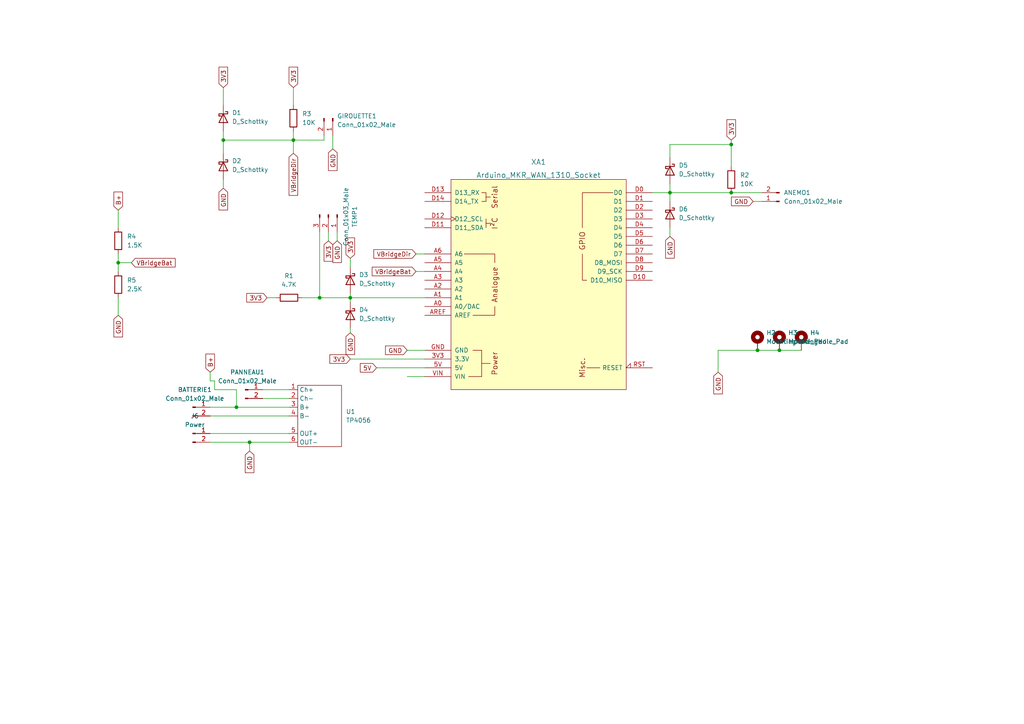
<source format=kicad_sch>
(kicad_sch (version 20211123) (generator eeschema)
  (paper "A4")
  (lib_symbols
    (symbol "Arduino_Library:Arduino_MKR_WAN_1310_Socket" (pin_names (offset 1.016))
      (property "Reference" "XA" (at 2.54 0 90))
      (property "Value" "Arduino_MKR_WAN_1310_Socket" (at -2.54 0 90))
      (symbol "Arduino_MKR_WAN_1310_Socket_0_0"
        (rectangle (start -25.4 30.48) (end 25.4 -30.48) (fill (type background)))
        (rectangle (start -20.32 -26.67) (end -16.51 -26.67))
        (rectangle (start -19.05 -19.05) (end -16.51 -19.05))
        (rectangle (start -16.51 -22.86) (end -13.97 -22.86))
        (polyline (pts (xy -16.51 -19.05) (xy -16.51 -26.67)))
        (polyline (pts (xy -15.24 25.4) (xy -13.97 25.4)))
        (polyline (pts (xy -12.7 -6.35) (xy -12.7 -8.89) (xy -19.05 -8.89)))
        (polyline (pts (xy -12.7 6.35) (xy -12.7 8.89) (xy -21.59 8.89)))
        (polyline (pts (xy 12.7 8.89) (xy 12.7 1.27) (xy 13.97 1.27)))
        (polyline (pts (xy 12.7 16.51) (xy 12.7 26.67) (xy 21.59 26.67)))
        (polyline (pts (xy -16.51 26.67) (xy -15.24 26.67) (xy -15.24 24.13) (xy -16.51 24.13)))
        (rectangle (start 13.97 -24.13) (end 17.78 -24.13))
        (text "Analogue" (at -12.7 0 900) (effects (font (size 1.524 1.524))))
        (text "I²C" (at -12.7 17.78 900) (effects (font (size 1.524 1.524))))
        (text "Misc." (at 12.7 -24.13 900) (effects (font (size 1.524 1.524))))
        (text "Power" (at -12.7 -22.86 900) (effects (font (size 1.524 1.524))))
        (text "Serial" (at -12.7 25.4 900) (effects (font (size 1.524 1.524))))
      )
      (symbol "Arduino_MKR_WAN_1310_Socket_0_1"
        (polyline (pts (xy -15.24 16.51) (xy -15.24 19.05)))
        (polyline (pts (xy -15.24 17.78) (xy -13.97 17.78)))
      )
      (symbol "Arduino_MKR_WAN_1310_Socket_1_0"
        (text "GPIO" (at 12.7 12.7 900) (effects (font (size 1.524 1.524))))
      )
      (symbol "Arduino_MKR_WAN_1310_Socket_1_1"
        (pin power_in line (at -33.02 -21.59 0) (length 7.62) (name "3.3V") (number "3V3"))
        (pin power_in line (at -33.02 -24.13 0) (length 7.62) (name "5V") (number "5V"))
        (pin bidirectional line (at -33.02 -6.35 0) (length 7.62) (name "A0/DAC") (number "A0"))
        (pin bidirectional line (at -33.02 -3.81 0) (length 7.62) (name "A1") (number "A1"))
        (pin bidirectional line (at -33.02 -1.27 0) (length 7.62) (name "A2") (number "A2"))
        (pin bidirectional line (at -33.02 1.27 0) (length 7.62) (name "A3") (number "A3"))
        (pin bidirectional line (at -33.02 3.81 0) (length 7.62) (name "A4") (number "A4"))
        (pin bidirectional line (at -33.02 6.35 0) (length 7.62) (name "A5") (number "A5"))
        (pin bidirectional line (at -33.02 8.89 0) (length 7.62) (name "A6") (number "A6"))
        (pin input line (at -33.02 -8.89 0) (length 7.62) (name "AREF") (number "AREF"))
        (pin bidirectional line (at 33.02 26.67 180) (length 7.62) (name "D0") (number "D0"))
        (pin bidirectional line (at 33.02 24.13 180) (length 7.62) (name "D1") (number "D1"))
        (pin bidirectional line (at 33.02 1.27 180) (length 7.62) (name "D10_MISO") (number "D10"))
        (pin bidirectional line (at -33.02 16.51 0) (length 7.62) (name "D11_SDA") (number "D11"))
        (pin bidirectional clock (at -33.02 19.05 0) (length 7.62) (name "D12_SCL") (number "D12"))
        (pin bidirectional line (at -33.02 26.67 0) (length 7.62) (name "D13_RX") (number "D13"))
        (pin bidirectional line (at -33.02 24.13 0) (length 7.62) (name "D14_TX") (number "D14"))
        (pin bidirectional line (at 33.02 21.59 180) (length 7.62) (name "D2") (number "D2"))
        (pin bidirectional line (at 33.02 19.05 180) (length 7.62) (name "D3") (number "D3"))
        (pin bidirectional line (at 33.02 16.51 180) (length 7.62) (name "D4") (number "D4"))
        (pin bidirectional line (at 33.02 13.97 180) (length 7.62) (name "D5") (number "D5"))
        (pin bidirectional line (at 33.02 11.43 180) (length 7.62) (name "D6") (number "D6"))
        (pin bidirectional line (at 33.02 8.89 180) (length 7.62) (name "D7") (number "D7"))
        (pin bidirectional line (at 33.02 6.35 180) (length 7.62) (name "D8_MOSI") (number "D8"))
        (pin bidirectional line (at 33.02 3.81 180) (length 7.62) (name "D9_SCK") (number "D9"))
        (pin power_in line (at -33.02 -19.05 0) (length 7.62) (name "GND") (number "GND"))
        (pin open_collector input_low (at 33.02 -24.13 180) (length 7.62) (name "RESET") (number "RST"))
        (pin power_in line (at -33.02 -26.67 0) (length 7.62) (name "VIN") (number "VIN"))
      )
    )
    (symbol "Connector:Conn_01x02_Male" (pin_names (offset 1.016) hide)
      (property "Reference" "J" (at 0 2.54 0))
      (property "Value" "Conn_01x02_Male" (at 0 -5.08 0))
      (symbol "Conn_01x02_Male_1_1"
        (polyline (pts (xy 1.27 -2.54) (xy 0.8636 -2.54)) (stroke (width 0.1524)))
        (polyline (pts (xy 1.27 0) (xy 0.8636 0)) (stroke (width 0.1524)))
        (rectangle (start 0.8636 -2.413) (end 0 -2.667) (stroke (width 0.1524)) (fill (type outline)))
        (rectangle (start 0.8636 0.127) (end 0 -0.127) (stroke (width 0.1524)) (fill (type outline)))
        (pin passive line (at 5.08 0 180) (length 3.81) (name "Pin_1") (number "1"))
        (pin passive line (at 5.08 -2.54 180) (length 3.81) (name "Pin_2") (number "2"))
      )
    )
    (symbol "Connector:Conn_01x03_Male" (pin_names (offset 1.016) hide)
      (property "Reference" "J" (at 0 5.08 0))
      (property "Value" "Conn_01x03_Male" (at 0 -5.08 0))
      (symbol "Conn_01x03_Male_1_1"
        (polyline (pts (xy 1.27 -2.54) (xy 0.8636 -2.54)) (stroke (width 0.1524)))
        (polyline (pts (xy 1.27 0) (xy 0.8636 0)) (stroke (width 0.1524)))
        (polyline (pts (xy 1.27 2.54) (xy 0.8636 2.54)) (stroke (width 0.1524)))
        (rectangle (start 0.8636 -2.413) (end 0 -2.667) (stroke (width 0.1524)) (fill (type outline)))
        (rectangle (start 0.8636 0.127) (end 0 -0.127) (stroke (width 0.1524)) (fill (type outline)))
        (rectangle (start 0.8636 2.667) (end 0 2.413) (stroke (width 0.1524)) (fill (type outline)))
        (pin passive line (at 5.08 2.54 180) (length 3.81) (name "Pin_1") (number "1"))
        (pin passive line (at 5.08 0 180) (length 3.81) (name "Pin_2") (number "2"))
        (pin passive line (at 5.08 -2.54 180) (length 3.81) (name "Pin_3") (number "3"))
      )
    )
    (symbol "Device:D_Schottky" (pin_numbers hide) (pin_names (offset 1.016) hide)
      (property "Reference" "D" (at 0 2.54 0))
      (property "Value" "D_Schottky" (at 0 -2.54 0))
      (symbol "D_Schottky_0_1"
        (polyline (pts (xy 1.27 0) (xy -1.27 0)))
        (polyline (pts (xy 1.27 1.27) (xy 1.27 -1.27) (xy -1.27 0) (xy 1.27 1.27)) (stroke (width 0.254)))
        (polyline (pts (xy -1.905 0.635) (xy -1.905 1.27) (xy -1.27 1.27) (xy -1.27 -1.27) (xy -0.635 -1.27) (xy -0.635 -0.635)) (stroke (width 0.254)))
      )
      (symbol "D_Schottky_1_1"
        (pin passive line (at -3.81 0 0) (length 2.54) (name "K") (number "1"))
        (pin passive line (at 3.81 0 180) (length 2.54) (name "A") (number "2"))
      )
    )
    (symbol "Device:R" (pin_numbers hide) (pin_names (offset 0))
      (property "Reference" "R" (at 2.032 0 90))
      (property "Value" "R" (at 0 0 90))
      (symbol "R_0_1"
        (rectangle (start -1.016 -2.54) (end 1.016 2.54) (stroke (width 0.254)))
      )
      (symbol "R_1_1"
        (pin passive line (at 0 3.81 270) (length 1.27) (name "~") (number "1"))
        (pin passive line (at 0 -3.81 90) (length 1.27) (name "~") (number "2"))
      )
    )
    (symbol "Mechanical:MountingHole_Pad" (pin_numbers hide) (pin_names (offset 1.016) hide)
      (property "Reference" "H" (at 0 6.35 0))
      (property "Value" "MountingHole_Pad" (at 0 4.445 0))
      (symbol "MountingHole_Pad_0_1"
        (circle (center 0 1.27) (radius 1.27) (stroke (width 1.27)))
      )
      (symbol "MountingHole_Pad_1_1"
        (pin input line (at 0 -2.54 90) (length 2.54) (name "1") (number "1"))
      )
    )
    (symbol "TP4056:TP4056"
      (property "Reference" "U" (at 1.27 -5.08 0))
      (property "Value" "TP4056" (at 2.54 -2.54 0))
      (symbol "TP4056_0_1"
        (rectangle (start -6.35 6.35) (end 6.35 -11.43))
      )
      (symbol "TP4056_1_1"
        (pin input line (at -8.89 5.08 0) (length 2.54) (name "Ch+") (number "1"))
        (pin input line (at -8.89 2.54 0) (length 2.54) (name "Ch-") (number "2"))
        (pin bidirectional line (at -8.89 0 0) (length 2.54) (name "B+") (number "3"))
        (pin bidirectional line (at -8.89 -2.54 0) (length 2.54) (name "B-") (number "4"))
        (pin output line (at -8.89 -7.62 0) (length 2.54) (name "OUT+") (number "5"))
        (pin output line (at -8.89 -10.16 0) (length 2.54) (name "OUT-") (number "6"))
      )
    )
  )
  (junction (at 226.06 101.6))
  (junction (at 194.31 55.88))
  (junction (at 212.09 41.91))
  (junction (at 219.71 101.6))
  (junction (at 34.29 76.2))
  (junction (at 68.58 118.11))
  (junction (at 64.77 40.64))
  (junction (at 212.09 55.88))
  (junction (at 72.39 128.27))
  (junction (at 92.71 86.36))
  (junction (at 101.6 86.36))
  (junction (at 85.09 40.64))
  (wire (pts (xy 212.09 41.91) (xy 212.09 48.26)))
  (wire (pts (xy 219.71 101.6) (xy 226.06 101.6)))
  (wire (pts (xy 68.58 113.03) (xy 68.58 118.11)))
  (wire (pts (xy 72.39 128.27) (xy 83.82 128.27)))
  (wire (pts (xy 194.31 55.88) (xy 194.31 58.42)))
  (wire (pts (xy 194.31 41.91) (xy 212.09 41.91)))
  (wire (pts (xy 62.23 110.49) (xy 62.23 113.03)))
  (wire (pts (xy 60.96 110.49) (xy 62.23 110.49)))
  (wire (pts (xy 64.77 40.64) (xy 64.77 44.45)))
  (wire (pts (xy 226.06 101.6) (xy 232.41 101.6)))
  (wire (pts (xy 68.58 118.11) (xy 83.82 118.11)))
  (wire (pts (xy 208.28 107.95) (xy 208.28 101.6)))
  (wire (pts (xy 101.6 74.93) (xy 101.6 77.47)))
  (wire (pts (xy 62.23 113.03) (xy 68.58 113.03)))
  (wire (pts (xy 64.77 25.4) (xy 64.77 30.48)))
  (wire (pts (xy 77.47 86.36) (xy 80.01 86.36)))
  (wire (pts (xy 64.77 40.64) (xy 64.77 38.1)))
  (wire (pts (xy 93.98 40.64) (xy 93.98 39.37)))
  (wire (pts (xy 87.63 86.36) (xy 92.71 86.36)))
  (wire (pts (xy 212.09 55.88) (xy 220.98 55.88)))
  (wire (pts (xy 208.28 101.6) (xy 219.71 101.6)))
  (wire (pts (xy 76.2 113.03) (xy 83.82 113.03)))
  (wire (pts (xy 64.77 40.64) (xy 85.09 40.64)))
  (wire (pts (xy 64.77 52.07) (xy 64.77 54.61)))
  (wire (pts (xy 218.44 58.42) (xy 220.98 58.42)))
  (wire (pts (xy 34.29 76.2) (xy 38.1 76.2)))
  (wire (pts (xy 96.52 39.37) (xy 96.52 43.18)))
  (wire (pts (xy 101.6 86.36) (xy 101.6 87.63)))
  (wire (pts (xy 118.11 109.22) (xy 123.19 109.22)))
  (wire (pts (xy 34.29 86.36) (xy 34.29 91.44)))
  (wire (pts (xy 72.39 128.27) (xy 72.39 130.81)))
  (wire (pts (xy 101.6 104.14) (xy 123.19 104.14)))
  (wire (pts (xy 76.2 115.57) (xy 83.82 115.57)))
  (wire (pts (xy 120.65 78.74) (xy 123.19 78.74)))
  (wire (pts (xy 60.96 125.73) (xy 83.82 125.73)))
  (wire (pts (xy 95.25 67.31) (xy 95.25 69.85)))
  (wire (pts (xy 120.65 73.66) (xy 123.19 73.66)))
  (wire (pts (xy 189.23 55.88) (xy 194.31 55.88)))
  (wire (pts (xy 212.09 40.64) (xy 212.09 41.91)))
  (wire (pts (xy 60.96 107.95) (xy 60.96 110.49)))
  (wire (pts (xy 194.31 53.34) (xy 194.31 55.88)))
  (wire (pts (xy 60.96 128.27) (xy 72.39 128.27)))
  (wire (pts (xy 194.31 66.04) (xy 194.31 68.58)))
  (wire (pts (xy 101.6 86.36) (xy 123.19 86.36)))
  (wire (pts (xy 85.09 40.64) (xy 93.98 40.64)))
  (wire (pts (xy 109.22 106.68) (xy 123.19 106.68)))
  (wire (pts (xy 85.09 40.64) (xy 85.09 44.45)))
  (wire (pts (xy 92.71 67.31) (xy 92.71 86.36)))
  (wire (pts (xy 101.6 85.09) (xy 101.6 86.36)))
  (wire (pts (xy 60.96 120.65) (xy 83.82 120.65)))
  (wire (pts (xy 194.31 45.72) (xy 194.31 41.91)))
  (wire (pts (xy 118.11 101.6) (xy 123.19 101.6)))
  (wire (pts (xy 92.71 86.36) (xy 101.6 86.36)))
  (wire (pts (xy 85.09 38.1) (xy 85.09 40.64)))
  (wire (pts (xy 194.31 55.88) (xy 212.09 55.88)))
  (wire (pts (xy 60.96 118.11) (xy 68.58 118.11)))
  (wire (pts (xy 97.79 67.31) (xy 97.79 69.85)))
  (wire (pts (xy 34.29 73.66) (xy 34.29 76.2)))
  (wire (pts (xy 34.29 76.2) (xy 34.29 78.74)))
  (wire (pts (xy 34.29 60.96) (xy 34.29 66.04)))
  (wire (pts (xy 101.6 95.25) (xy 101.6 96.52)))
  (wire (pts (xy 85.09 25.4) (xy 85.09 30.48)))
  (global_label "VBridgeDir" (shape input) (at 85.09 44.45 270) (property "Intersheet References" "${INTERSHEET_REFS}" (effects hide)))
  (global_label "GND" (shape input) (at 118.11 101.6 180) (property "Intersheet References" "${INTERSHEET_REFS}" (effects hide)))
  (global_label "GND" (shape input) (at 72.39 130.81 270) (property "Intersheet References" "${INTERSHEET_REFS}" (effects hide)))
  (global_label "VBridgeDir" (shape input) (at 120.65 73.66 180) (property "Intersheet References" "${INTERSHEET_REFS}" (effects hide)))
  (global_label "5V" (shape input) (at 109.22 106.68 180) (property "Intersheet References" "${INTERSHEET_REFS}" (effects hide)))
  (global_label "VBridgeBat" (shape input) (at 38.1 76.2 0) (property "Intersheet References" "${INTERSHEET_REFS}" (effects hide)))
  (global_label "3V3" (shape input) (at 77.47 86.36 180) (property "Intersheet References" "${INTERSHEET_REFS}" (effects hide)))
  (global_label "GND" (shape input) (at 208.28 107.95 270) (property "Intersheet References" "${INTERSHEET_REFS}" (effects hide)))
  (global_label "3V3" (shape input) (at 101.6 74.93 90) (property "Intersheet References" "${INTERSHEET_REFS}" (effects hide)))
  (global_label "GND" (shape input) (at 218.44 58.42 180) (property "Intersheet References" "${INTERSHEET_REFS}" (effects hide)))
  (global_label "3V3" (shape input) (at 95.25 69.85 270) (property "Intersheet References" "${INTERSHEET_REFS}" (effects hide)))
  (global_label "GND" (shape input) (at 64.77 54.61 270) (property "Intersheet References" "${INTERSHEET_REFS}" (effects hide)))
  (global_label "B+" (shape input) (at 60.96 107.95 90) (property "Intersheet References" "${INTERSHEET_REFS}" (effects hide)))
  (global_label "B+" (shape input) (at 34.29 60.96 90) (property "Intersheet References" "${INTERSHEET_REFS}" (effects hide)))
  (global_label "GND" (shape input) (at 34.29 91.44 270) (property "Intersheet References" "${INTERSHEET_REFS}" (effects hide)))
  (global_label "3V3" (shape input) (at 101.6 104.14 180) (property "Intersheet References" "${INTERSHEET_REFS}" (effects hide)))
  (global_label "GND" (shape input) (at 194.31 68.58 270) (property "Intersheet References" "${INTERSHEET_REFS}" (effects hide)))
  (global_label "3V3" (shape input) (at 64.77 25.4 90) (property "Intersheet References" "${INTERSHEET_REFS}" (effects hide)))
  (global_label "3V3" (shape input) (at 212.09 40.64 90) (property "Intersheet References" "${INTERSHEET_REFS}" (effects hide)))
  (global_label "GND" (shape input) (at 97.79 69.85 270) (property "Intersheet References" "${INTERSHEET_REFS}" (effects hide)))
  (global_label "VBridgeBat" (shape input) (at 120.65 78.74 180) (property "Intersheet References" "${INTERSHEET_REFS}" (effects hide)))
  (global_label "GND" (shape input) (at 101.6 96.52 270) (property "Intersheet References" "${INTERSHEET_REFS}" (effects hide)))
  (global_label "GND" (shape input) (at 96.52 43.18 270) (property "Intersheet References" "${INTERSHEET_REFS}" (effects hide)))
  (global_label "3V3" (shape input) (at 85.09 25.4 90) (property "Intersheet References" "${INTERSHEET_REFS}" (effects hide)))
  (symbol (lib_id "TP4056:TP4056") (at 92.71 118.11 0) (unit 1)
    (property "Reference" "U1" (at 100.33 119.3799 0) (effects (justify left)))
    (property "Value" "TP4056" (at 100.33 121.9199 0) (effects (justify left)))
    (property "Footprint" "TP4056:TP4056" (effects hide))
  )
  (symbol (lib_id "Device:D_Schottky") (at 101.6 91.44 270) (unit 1)
    (property "Reference" "D4" (at 104.14 89.8524 90) (effects (justify left)))
    (property "Value" "D_Schottky" (at 104.14 92.3924 90) (effects (justify left)))
    (property "Footprint" "Diode_THT:D_DO-35_SOD27_P7.62mm_Horizontal" (effects hide))
  )
  (symbol (lib_id "Connector:Conn_01x02_Male") (at 55.88 118.11 0) (unit 1)
    (property "Reference" "BATTERIE1" (at 56.515 113.03 0))
    (property "Value" "Conn_01x02_Male" (at 56.515 115.57 0))
    (property "Footprint" "Connector_JST:JST_XH_B2B-XH-A_1x02_P2.50mm_Vertical" (effects hide))
  )
  (symbol (lib_id "Device:D_Schottky") (at 101.6 81.28 270) (unit 1)
    (property "Reference" "D3" (at 104.14 79.6924 90) (effects (justify left)))
    (property "Value" "D_Schottky" (at 104.14 82.2324 90) (effects (justify left)))
    (property "Footprint" "Diode_THT:D_DO-35_SOD27_P7.62mm_Horizontal" (effects hide))
  )
  (symbol (lib_id "Device:R") (at 34.29 69.85 0) (unit 1)
    (property "Reference" "R4" (at 36.83 68.5799 0) (effects (justify left)))
    (property "Value" "1.5K" (at 36.83 71.1199 0) (effects (justify left)))
    (property "Footprint" "Resistor_THT:R_Axial_DIN0204_L3.6mm_D1.6mm_P7.62mm_Horizontal" (effects hide))
  )
  (symbol (lib_id "Mechanical:MountingHole_Pad") (at 226.06 99.06 0) (unit 1)
    (property "Reference" "H3" (at 228.6 96.5199 0) (effects (justify left)))
    (property "Value" "MountingHole_Pad" (at 228.6 99.0599 0) (effects (justify left)))
    (property "Footprint" "MountingHole:MountingHole_3.2mm_M3_Pad_TopBottom" (effects hide))
  )
  (symbol (lib_id "Connector:Conn_01x02_Male") (at 71.12 113.03 0) (unit 1)
    (property "Reference" "PANNEAU1" (at 71.755 107.95 0))
    (property "Value" "Conn_01x02_Male" (at 71.755 110.49 0))
    (property "Footprint" "Connector_JST:JST_XH_B2B-XH-A_1x02_P2.50mm_Vertical" (effects hide))
  )
  (symbol (lib_id "Device:D_Schottky") (at 194.31 49.53 270) (unit 1)
    (property "Reference" "D5" (at 196.85 47.9424 90) (effects (justify left)))
    (property "Value" "D_Schottky" (at 196.85 50.4824 90) (effects (justify left)))
    (property "Footprint" "Diode_THT:D_DO-35_SOD27_P7.62mm_Horizontal" (effects hide))
  )
  (symbol (lib_id "Device:D_Schottky") (at 64.77 34.29 270) (unit 1)
    (property "Reference" "D1" (at 67.31 32.7024 90) (effects (justify left)))
    (property "Value" "D_Schottky" (at 67.31 35.2424 90) (effects (justify left)))
    (property "Footprint" "Diode_THT:D_DO-35_SOD27_P7.62mm_Horizontal" (effects hide))
  )
  (symbol (lib_id "Connector:Conn_01x02_Male") (at 96.52 34.29 270) (unit 1)
    (property "Reference" "GIROUETTE1" (at 97.79 33.6549 90) (effects (justify left)))
    (property "Value" "Conn_01x02_Male" (at 97.79 36.1949 90) (effects (justify left)))
    (property "Footprint" "Connector_JST:JST_XH_B3B-XH-A_1x03_P2.50mm_Vertical" (effects hide))
  )
  (symbol (lib_id "Connector:Conn_01x03_Male") (at 95.25 62.23 270) (unit 1)
    (property "Reference" "TEMP1" (at 102.87 62.865 0))
    (property "Value" "Conn_01x03_Male" (at 100.33 62.865 0))
    (property "Footprint" "Connector_JST:JST_XH_B3B-XH-A_1x03_P2.50mm_Vertical" (effects hide))
  )
  (symbol (lib_id "Device:R") (at 34.29 82.55 0) (unit 1)
    (property "Reference" "R5" (at 36.83 81.2799 0) (effects (justify left)))
    (property "Value" "2.5K" (at 36.83 83.8199 0) (effects (justify left)))
    (property "Footprint" "Resistor_THT:R_Axial_DIN0204_L3.6mm_D1.6mm_P7.62mm_Horizontal" (effects hide))
  )
  (symbol (lib_id "Connector:Conn_01x02_Male") (at 55.88 125.73 0) (unit 1)
    (property "Reference" "J6" (at 56.515 120.65 0))
    (property "Value" "Power" (at 56.515 123.19 0))
    (property "Footprint" "Connector_JST:JST_XH_B2B-XH-A_1x02_P2.50mm_Vertical" (effects hide))
  )
  (symbol (lib_id "Device:R") (at 85.09 34.29 0) (unit 1)
    (property "Reference" "R3" (at 87.63 33.0199 0) (effects (justify left)))
    (property "Value" "10K" (at 87.63 35.5599 0) (effects (justify left)))
    (property "Footprint" "Resistor_THT:R_Axial_DIN0204_L3.6mm_D1.6mm_P7.62mm_Horizontal" (effects hide))
  )
  (symbol (lib_id "Mechanical:MountingHole_Pad") (at 232.41 99.06 0) (unit 1)
    (property "Reference" "H4" (at 234.95 96.5199 0) (effects (justify left)))
    (property "Value" "MountingHole_Pad" (effects hide))
    (property "Footprint" "MountingHole:MountingHole_3.2mm_M3_Pad_TopBottom" (effects hide))
  )
  (symbol (lib_id "Arduino_Library:Arduino_MKR_WAN_1310_Socket") (at 156.21 82.55 0) (unit 1)
    (property "Reference" "XA1" (at 156.21 46.99 0) (effects (font (size 1.524 1.524))))
    (property "Value" "Arduino_MKR_WAN_1310_Socket" (at 156.21 50.8 0) (effects (font (size 1.524 1.524))))
    (property "Footprint" "Arduino_Library:Arduino_MKR_FOX_1200_Socket" (effects hide))
    (property "Datasheet" "https://docs.arduino.cc/hardware/mkr-wan-1310" (effects hide))
  )
  (symbol (lib_id "Mechanical:MountingHole_Pad") (at 219.71 99.06 0) (unit 1)
    (property "Reference" "H2" (at 222.25 96.5199 0) (effects (justify left)))
    (property "Value" "MountingHole_Pad" (at 222.25 99.0599 0) (effects (justify left)))
    (property "Footprint" "MountingHole:MountingHole_3.2mm_M3_Pad_TopBottom" (effects hide))
  )
  (symbol (lib_id "Connector:Conn_01x02_Male") (at 226.06 58.42 180) (unit 1)
    (property "Reference" "ANEMO1" (at 227.33 55.8799 0) (effects (justify right)))
    (property "Value" "Conn_01x02_Male" (at 227.33 58.4199 0) (effects (justify right)))
    (property "Footprint" "Connector_JST:JST_XH_B3B-XH-A_1x03_P2.50mm_Vertical" (effects hide))
  )
  (symbol (lib_id "Device:D_Schottky") (at 64.77 48.26 270) (unit 1)
    (property "Reference" "D2" (at 67.31 46.6724 90) (effects (justify left)))
    (property "Value" "D_Schottky" (at 67.31 49.2124 90) (effects (justify left)))
    (property "Footprint" "Diode_THT:D_DO-35_SOD27_P7.62mm_Horizontal" (effects hide))
  )
  (symbol (lib_id "Device:D_Schottky") (at 194.31 62.23 270) (unit 1)
    (property "Reference" "D6" (at 196.85 60.6424 90) (effects (justify left)))
    (property "Value" "D_Schottky" (at 196.85 63.1824 90) (effects (justify left)))
    (property "Footprint" "Diode_THT:D_DO-35_SOD27_P7.62mm_Horizontal" (effects hide))
  )
  (symbol (lib_id "Device:R") (at 83.82 86.36 90) (unit 1)
    (property "Reference" "R1" (at 83.82 80.01 90))
    (property "Value" "4.7K" (at 83.82 82.55 90))
    (property "Footprint" "Resistor_THT:R_Axial_DIN0204_L3.6mm_D1.6mm_P7.62mm_Horizontal" (effects hide))
  )
  (symbol (lib_id "Device:R") (at 212.09 52.07 180) (unit 1)
    (property "Reference" "R2" (at 214.63 50.7999 0) (effects (justify right)))
    (property "Value" "10K" (at 214.63 53.3399 0) (effects (justify right)))
    (property "Footprint" "Resistor_THT:R_Axial_DIN0204_L3.6mm_D1.6mm_P7.62mm_Horizontal" (effects hide))
  )
)
</source>
